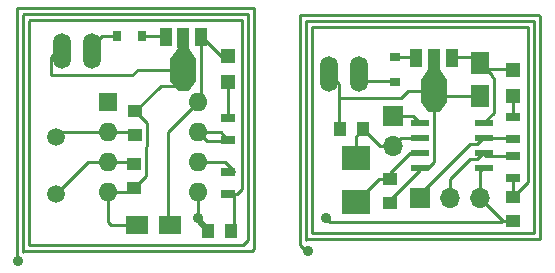
<source format=gtl>
G04 #@! TF.FileFunction,Copper,L1,Top,Signal*
%FSLAX46Y46*%
G04 Gerber Fmt 4.6, Leading zero omitted, Abs format (unit mm)*
G04 Created by KiCad (PCBNEW 4.0.7) date Fri May 25 09:25:36 2018*
%MOMM*%
%LPD*%
G01*
G04 APERTURE LIST*
%ADD10C,0.150000*%
%ADD11R,1.600000X1.600000*%
%ADD12O,1.600000X1.600000*%
%ADD13R,1.250000X1.000000*%
%ADD14R,1.000000X1.250000*%
%ADD15R,1.950000X1.500000*%
%ADD16R,1.200000X1.200000*%
%ADD17R,0.800000X0.900000*%
%ADD18O,1.510000X3.010000*%
%ADD19R,1.300000X0.700000*%
%ADD20R,1.000000X1.500000*%
%ADD21R,1.000000X1.800000*%
%ADD22R,2.200000X1.840000*%
%ADD23R,1.500000X1.950000*%
%ADD24R,0.900000X0.800000*%
%ADD25R,1.550000X0.600000*%
%ADD26R,2.400000X2.000000*%
%ADD27C,1.500000*%
%ADD28R,1.700000X1.700000*%
%ADD29O,1.700000X1.700000*%
%ADD30C,0.889000*%
%ADD31C,0.254000*%
G04 APERTURE END LIST*
D10*
D11*
X103886000Y-108966000D03*
D12*
X111506000Y-116586000D03*
X103886000Y-111506000D03*
X111506000Y-114046000D03*
X103886000Y-114046000D03*
X111506000Y-111506000D03*
X103886000Y-116586000D03*
X111506000Y-108966000D03*
D13*
X106172000Y-111744000D03*
X106172000Y-109744000D03*
D14*
X112284000Y-119888000D03*
X114284000Y-119888000D03*
D13*
X106045000Y-114189000D03*
X106045000Y-116189000D03*
D15*
X109071000Y-119380000D03*
X106321000Y-119380000D03*
D16*
X114046000Y-105072000D03*
X114046000Y-107272000D03*
D17*
X106714000Y-103378000D03*
X104614000Y-103378000D03*
D18*
X102489000Y-104648000D03*
X99949000Y-104648000D03*
D19*
X114046000Y-116774000D03*
X114046000Y-114874000D03*
X114046000Y-110302000D03*
X114046000Y-112202000D03*
D10*
G36*
X111336000Y-107144000D02*
X110736000Y-107994000D01*
X109736000Y-107994000D01*
X109136000Y-107144000D01*
X111336000Y-107144000D01*
X111336000Y-107144000D01*
G37*
D20*
X111736000Y-103422000D03*
D21*
X110236000Y-103568500D03*
D20*
X108736000Y-103422000D03*
D22*
X110236000Y-106235500D03*
D10*
G36*
X109136000Y-105325800D02*
X109836000Y-104325800D01*
X110636000Y-104325800D01*
X111336000Y-105325800D01*
X109136000Y-105325800D01*
X109136000Y-105325800D01*
G37*
D14*
X125460000Y-111252000D03*
X123460000Y-111252000D03*
D13*
X138176000Y-118983000D03*
X138176000Y-116983000D03*
X127762000Y-115459000D03*
X127762000Y-117459000D03*
D23*
X135382000Y-105686000D03*
X135382000Y-108436000D03*
D16*
X138176000Y-106215000D03*
X138176000Y-108415000D03*
D24*
X128143000Y-105122000D03*
X128143000Y-107222000D03*
D25*
X130269000Y-110744000D03*
X130269000Y-112014000D03*
X130269000Y-113284000D03*
X130269000Y-114554000D03*
X135669000Y-114554000D03*
X135669000Y-113284000D03*
X135669000Y-112014000D03*
X135669000Y-110744000D03*
D18*
X125095000Y-106553000D03*
X122555000Y-106553000D03*
D19*
X138176000Y-115377000D03*
X138176000Y-113477000D03*
X138176000Y-110175000D03*
X138176000Y-112075000D03*
D10*
G36*
X132545000Y-108922000D02*
X131945000Y-109772000D01*
X130945000Y-109772000D01*
X130345000Y-108922000D01*
X132545000Y-108922000D01*
X132545000Y-108922000D01*
G37*
D20*
X132945000Y-105200000D03*
D21*
X131445000Y-105346500D03*
D20*
X129945000Y-105200000D03*
D22*
X131445000Y-108013500D03*
D10*
G36*
X130345000Y-107103800D02*
X131045000Y-106103800D01*
X131845000Y-106103800D01*
X132545000Y-107103800D01*
X130345000Y-107103800D01*
X130345000Y-107103800D01*
G37*
D26*
X124841000Y-113720000D03*
X124841000Y-117420000D03*
D27*
X99441000Y-111887000D03*
X99441000Y-116767000D03*
D28*
X128016000Y-110109000D03*
D29*
X128016000Y-112649000D03*
D28*
X130302000Y-117094000D03*
D29*
X132842000Y-117094000D03*
X135382000Y-117094000D03*
D30*
X96266000Y-122428000D03*
X111506000Y-118745000D03*
X120777000Y-121539000D03*
X122301000Y-118745000D03*
D31*
X103886000Y-108966000D02*
X104394000Y-108458000D01*
X103886000Y-108966000D02*
X104394000Y-108458000D01*
X106045000Y-116189000D02*
X106045000Y-116205000D01*
X106045000Y-116205000D02*
X105664000Y-116586000D01*
X105664000Y-116586000D02*
X103886000Y-116586000D01*
X110236000Y-107569000D02*
X108331000Y-107569000D01*
X108331000Y-107569000D02*
X106172000Y-109728000D01*
X106172000Y-109728000D02*
X106172000Y-109744000D01*
X106172000Y-109744000D02*
X106172000Y-109728000D01*
X106172000Y-109728000D02*
X107188000Y-110744000D01*
X107188000Y-110744000D02*
X107188000Y-112649000D01*
X107188000Y-112649000D02*
X107061000Y-112776000D01*
X107061000Y-112776000D02*
X107061000Y-115189000D01*
X107061000Y-115189000D02*
X106045000Y-116205000D01*
X106045000Y-116205000D02*
X106045000Y-116189000D01*
X103870000Y-119126000D02*
X103886000Y-119126000D01*
X103886000Y-119126000D02*
X104140000Y-119380000D01*
X104140000Y-119380000D02*
X106321000Y-119380000D01*
X131445000Y-108013500D02*
X131445000Y-108077000D01*
X131445000Y-108077000D02*
X131826000Y-108458000D01*
X131826000Y-108458000D02*
X135382000Y-108458000D01*
X135382000Y-108458000D02*
X135382000Y-108436000D01*
X131445000Y-108013500D02*
X129222500Y-108013500D01*
X128651000Y-108585000D02*
X123444000Y-108585000D01*
X129222500Y-108013500D02*
X128651000Y-108585000D01*
X122555000Y-106553000D02*
X123444000Y-107442000D01*
X123444000Y-107442000D02*
X123444000Y-108585000D01*
X123444000Y-108585000D02*
X123444000Y-111252000D01*
X123444000Y-111252000D02*
X123460000Y-111252000D01*
X127762000Y-117459000D02*
X127762000Y-117221000D01*
X127762000Y-117221000D02*
X130269000Y-114714000D01*
X130269000Y-114714000D02*
X130269000Y-114554000D01*
X127889000Y-117205000D02*
X127889000Y-117221000D01*
X123444000Y-111252000D02*
X123460000Y-111252000D01*
X110236000Y-106235500D02*
X106362500Y-106235500D01*
X106362500Y-106235500D02*
X105918000Y-106680000D01*
X103886000Y-116586000D02*
X104648000Y-116586000D01*
X105918000Y-106680000D02*
X99060000Y-106680000D01*
X99822000Y-104394000D02*
X99060000Y-105156000D01*
X99060000Y-105156000D02*
X99060000Y-106680000D01*
X110236000Y-104825800D02*
X110236000Y-104902000D01*
X110236000Y-104825800D02*
X110236000Y-106235500D01*
X110236000Y-104825800D02*
X110236000Y-103568500D01*
X103886000Y-116586000D02*
X103886000Y-119126000D01*
X103886000Y-119126000D02*
X103822500Y-119126000D01*
X131445000Y-109347000D02*
X131445000Y-114046000D01*
X131445000Y-114046000D02*
X130937000Y-114554000D01*
X130937000Y-114554000D02*
X130269000Y-114554000D01*
X103886000Y-111506000D02*
X99822000Y-111506000D01*
X99822000Y-111506000D02*
X99441000Y-111887000D01*
X103886000Y-111506000D02*
X105918000Y-111506000D01*
X105918000Y-111506000D02*
X106172000Y-111760000D01*
X106172000Y-111760000D02*
X106172000Y-111744000D01*
X114747000Y-116774000D02*
X115189000Y-116332000D01*
X115189000Y-116332000D02*
X115189000Y-101981000D01*
X115189000Y-101981000D02*
X97282000Y-101981000D01*
X97282000Y-101981000D02*
X97155000Y-102108000D01*
X97155000Y-102108000D02*
X97155000Y-121031000D01*
X97155000Y-121031000D02*
X115316000Y-121031000D01*
X115316000Y-121031000D02*
X115697000Y-120650000D01*
X115697000Y-120650000D02*
X115697000Y-101473000D01*
X115697000Y-101473000D02*
X96774000Y-101473000D01*
X96774000Y-101473000D02*
X96647000Y-101600000D01*
X96647000Y-101600000D02*
X96647000Y-121666000D01*
X96647000Y-121666000D02*
X96647000Y-121539000D01*
X96647000Y-121539000D02*
X116078000Y-121539000D01*
X116078000Y-121539000D02*
X116205000Y-121412000D01*
X116205000Y-121412000D02*
X116205000Y-100965000D01*
X116205000Y-100965000D02*
X96139000Y-100965000D01*
X96139000Y-100965000D02*
X96139000Y-122047000D01*
X96139000Y-122047000D02*
X96266000Y-122174000D01*
X96266000Y-122174000D02*
X96266000Y-122428000D01*
X114046000Y-116774000D02*
X114747000Y-116774000D01*
X111506000Y-118745000D02*
X112284000Y-119523000D01*
X112284000Y-119523000D02*
X112284000Y-119888000D01*
X112331500Y-119888000D02*
X112268000Y-119888000D01*
X112268000Y-119888000D02*
X111506000Y-119126000D01*
X111506000Y-119126000D02*
X111506000Y-116586000D01*
X114236500Y-119888000D02*
X114300000Y-119888000D01*
X114300000Y-119888000D02*
X114554000Y-119634000D01*
X114554000Y-119634000D02*
X114554000Y-116776500D01*
X103886000Y-114046000D02*
X102162000Y-114046000D01*
X102162000Y-114046000D02*
X99441000Y-116767000D01*
X103886000Y-114046000D02*
X105918000Y-114046000D01*
X105918000Y-114046000D02*
X106045000Y-114173000D01*
X106045000Y-114173000D02*
X106045000Y-114189000D01*
X111736000Y-103422000D02*
X111760000Y-103378000D01*
X111760000Y-103378000D02*
X113411000Y-105029000D01*
X113411000Y-105029000D02*
X114046000Y-105029000D01*
X114046000Y-105029000D02*
X114046000Y-105072000D01*
X111506000Y-108966000D02*
X108966000Y-111506000D01*
X108966000Y-111506000D02*
X108966000Y-119380000D01*
X108966000Y-119380000D02*
X109071000Y-119380000D01*
X111736000Y-103422000D02*
X111760000Y-103378000D01*
X111760000Y-103378000D02*
X111760000Y-108458000D01*
X111760000Y-108458000D02*
X111506000Y-108712000D01*
X111506000Y-108712000D02*
X111506000Y-108966000D01*
X114046000Y-107272000D02*
X114046000Y-110302000D01*
X102362000Y-104394000D02*
X103378000Y-103378000D01*
X103378000Y-103378000D02*
X104614000Y-103378000D01*
X114554000Y-114871500D02*
X114554000Y-114808000D01*
X114554000Y-114808000D02*
X113792000Y-114046000D01*
X113792000Y-114046000D02*
X111506000Y-114046000D01*
X114046000Y-112202000D02*
X114046000Y-112141000D01*
X114046000Y-112141000D02*
X113411000Y-111506000D01*
X113411000Y-111506000D02*
X111506000Y-111506000D01*
X113347500Y-112268000D02*
X112268000Y-112268000D01*
X112268000Y-112268000D02*
X111506000Y-111506000D01*
X106714000Y-103378000D02*
X108712000Y-103378000D01*
X108712000Y-103378000D02*
X108736000Y-103422000D01*
X128016000Y-112649000D02*
X126873000Y-112649000D01*
X126873000Y-112649000D02*
X125476000Y-111252000D01*
X125476000Y-111252000D02*
X125460000Y-111252000D01*
X125460000Y-111252000D02*
X125476000Y-111252000D01*
X125476000Y-111252000D02*
X124841000Y-111887000D01*
X124841000Y-111887000D02*
X124841000Y-113720000D01*
X128016000Y-112649000D02*
X128651000Y-112014000D01*
X128651000Y-112014000D02*
X130269000Y-112014000D01*
X136144000Y-119126000D02*
X137160000Y-119126000D01*
X139446000Y-115697000D02*
X139446000Y-102616000D01*
X139446000Y-102616000D02*
X121158000Y-102616000D01*
X121158000Y-102616000D02*
X121158002Y-120014541D01*
X121158002Y-120014541D02*
X121285000Y-120015000D01*
X121285000Y-120015000D02*
X139954000Y-120015000D01*
X139954000Y-120015000D02*
X139954000Y-102108000D01*
X139954000Y-102108000D02*
X120650000Y-102108000D01*
X120650000Y-102108000D02*
X120650000Y-120650000D01*
X120650000Y-120650000D02*
X120650000Y-120523000D01*
X120650000Y-120523000D02*
X140462000Y-120523000D01*
X140462000Y-120523000D02*
X140462000Y-120396000D01*
X140462000Y-120396000D02*
X140462000Y-101727000D01*
X140462000Y-101727000D02*
X140335000Y-101600000D01*
X140335000Y-101600000D02*
X120142000Y-101600000D01*
X120142000Y-101600000D02*
X120142000Y-121031000D01*
X120142000Y-121031000D02*
X120650000Y-121539000D01*
X120650000Y-121539000D02*
X120777000Y-121539000D01*
X122301000Y-118745000D02*
X122682000Y-119126000D01*
X122682000Y-119126000D02*
X136144000Y-119126000D01*
X138176000Y-116967000D02*
X139446000Y-115697000D01*
X137303000Y-118983000D02*
X138176000Y-118983000D01*
X137160000Y-119126000D02*
X137303000Y-118983000D01*
X135669000Y-114554000D02*
X135636000Y-114554000D01*
X135636000Y-114554000D02*
X135382000Y-114808000D01*
X135382000Y-114808000D02*
X135382000Y-117094000D01*
X135382000Y-117094000D02*
X137287000Y-118999000D01*
X137287000Y-118999000D02*
X138176000Y-118999000D01*
X138176000Y-118999000D02*
X138176000Y-118983000D01*
X138176000Y-116983000D02*
X138176000Y-116967000D01*
X138176000Y-116983000D02*
X138176000Y-115377000D01*
X127762000Y-115459000D02*
X126802000Y-115459000D01*
X126802000Y-115459000D02*
X124841000Y-117420000D01*
X127762000Y-115459000D02*
X127762000Y-114935000D01*
X129413000Y-113284000D02*
X130269000Y-113284000D01*
X127762000Y-114935000D02*
X129413000Y-113284000D01*
X135382000Y-105686000D02*
X135382000Y-105664000D01*
X135382000Y-105664000D02*
X136398000Y-106680000D01*
X136398000Y-106680000D02*
X136398000Y-106807000D01*
X136398000Y-106807000D02*
X136525000Y-106934000D01*
X136525000Y-106934000D02*
X136525000Y-109855000D01*
X136525000Y-109855000D02*
X135636000Y-110744000D01*
X135636000Y-110744000D02*
X135669000Y-110744000D01*
X138176000Y-106215000D02*
X138176000Y-106172000D01*
X138176000Y-106172000D02*
X135890000Y-106172000D01*
X135890000Y-106172000D02*
X135382000Y-105664000D01*
X135382000Y-105664000D02*
X135382000Y-105686000D01*
X135382000Y-105686000D02*
X135382000Y-105664000D01*
X135382000Y-105664000D02*
X134874000Y-105156000D01*
X134874000Y-105156000D02*
X132969000Y-105156000D01*
X132969000Y-105156000D02*
X132945000Y-105200000D01*
X138176000Y-108415000D02*
X138176000Y-110175000D01*
X128143000Y-105122000D02*
X128143000Y-105156000D01*
X128143000Y-105156000D02*
X129921000Y-105156000D01*
X129921000Y-105156000D02*
X129945000Y-105200000D01*
X125095000Y-106553000D02*
X125730000Y-107188000D01*
X125730000Y-107188000D02*
X128143000Y-107188000D01*
X128143000Y-107188000D02*
X128143000Y-107222000D01*
X130269000Y-110744000D02*
X130302000Y-110744000D01*
X130302000Y-110744000D02*
X129667000Y-110109000D01*
X129667000Y-110109000D02*
X128016000Y-110109000D01*
X135669000Y-113284000D02*
X135636000Y-113284000D01*
X135636000Y-113284000D02*
X135890000Y-113538000D01*
X135890000Y-113538000D02*
X138176000Y-113538000D01*
X138176000Y-113538000D02*
X138176000Y-113477000D01*
X135669000Y-113284000D02*
X135636000Y-113284000D01*
X135636000Y-113284000D02*
X135128000Y-113792000D01*
X135128000Y-113792000D02*
X134493000Y-113792000D01*
X134493000Y-113792000D02*
X132842000Y-115443000D01*
X132842000Y-115443000D02*
X132842000Y-117094000D01*
X135669000Y-112014000D02*
X138176000Y-112014000D01*
X138176000Y-112014000D02*
X138176000Y-112075000D01*
X135669000Y-112014000D02*
X135636000Y-112014000D01*
X135636000Y-112014000D02*
X135128000Y-112522000D01*
X135128000Y-112522000D02*
X134493000Y-112522000D01*
X134493000Y-112522000D02*
X130302000Y-116713000D01*
X130302000Y-116713000D02*
X130302000Y-117094000D01*
M02*

</source>
